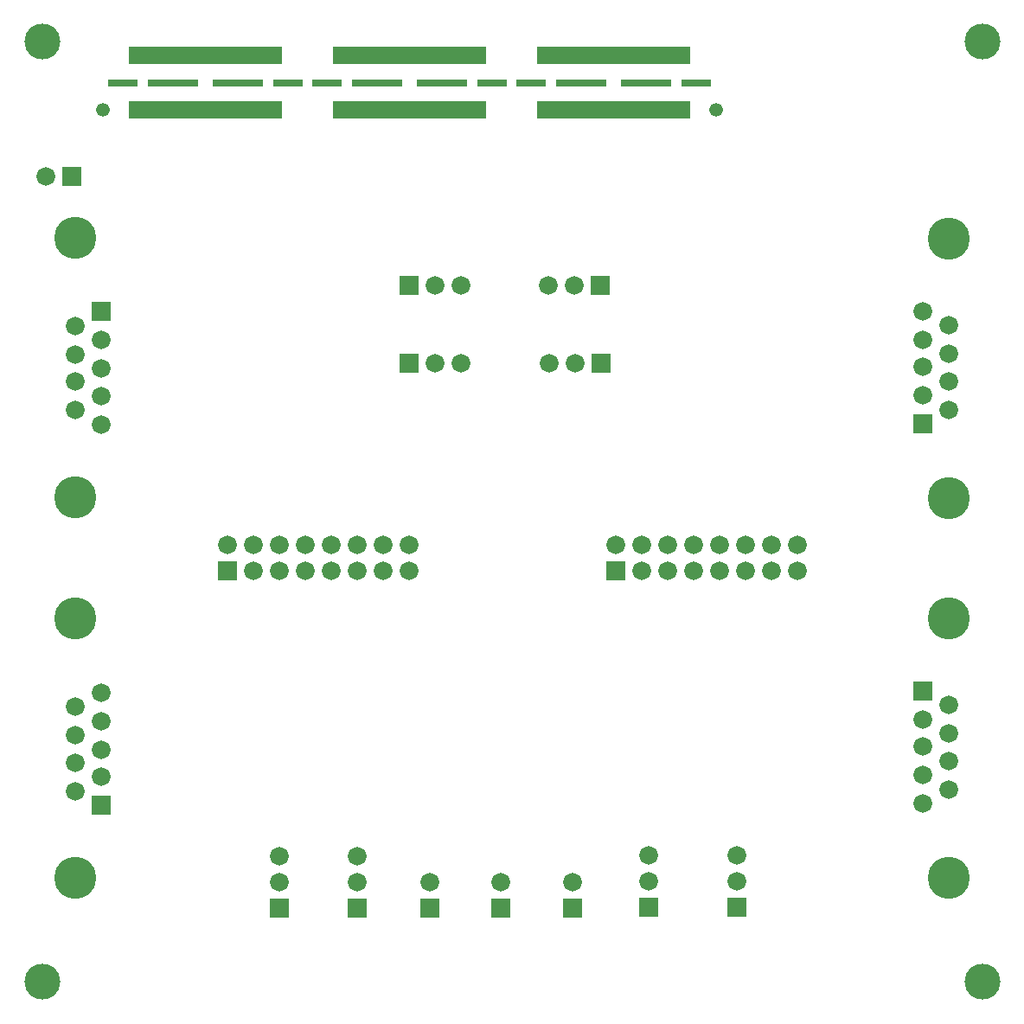
<source format=gbs>
G04 (created by PCBNEW (2013-05-09 BZR 4147)-testing) date 20/07/2013 09:35:41*
%MOIN*%
G04 Gerber Fmt 3.4, Leading zero omitted, Abs format*
%FSLAX34Y34*%
G01*
G70*
G90*
G04 APERTURE LIST*
%ADD10C,0.005906*%
%ADD11R,0.023800X0.069100*%
%ADD12R,0.112000X0.028900*%
%ADD13R,0.197000X0.028900*%
%ADD14C,0.052200*%
%ADD15C,0.138000*%
%ADD16C,0.162000*%
%ADD17R,0.072000X0.072000*%
%ADD18C,0.072000*%
G04 APERTURE END LIST*
G54D10*
G54D11*
X36496Y-21523D03*
X36496Y-19421D03*
X36693Y-21523D03*
X36693Y-19421D03*
X36889Y-21523D03*
X36889Y-19421D03*
X37086Y-21523D03*
X37086Y-19421D03*
X37283Y-21523D03*
X37283Y-19421D03*
X37480Y-21523D03*
X37480Y-19421D03*
X37677Y-21523D03*
X37677Y-19421D03*
X37874Y-21523D03*
X37874Y-19421D03*
X38070Y-21523D03*
X38070Y-19421D03*
X38267Y-21523D03*
X38267Y-19421D03*
X38464Y-21523D03*
X38464Y-19421D03*
X38661Y-21523D03*
X38661Y-19421D03*
X38858Y-21523D03*
X38858Y-19421D03*
X39055Y-21523D03*
X39055Y-19421D03*
X39252Y-21523D03*
X39252Y-19421D03*
X39448Y-21523D03*
X39448Y-19421D03*
X39645Y-21523D03*
X39645Y-19421D03*
X39842Y-21523D03*
X39842Y-19421D03*
X40039Y-21523D03*
X40039Y-19421D03*
X40236Y-21523D03*
X40236Y-19421D03*
X40433Y-21523D03*
X40433Y-19421D03*
X40630Y-21523D03*
X40630Y-19421D03*
X40826Y-21523D03*
X40826Y-19421D03*
X41023Y-21523D03*
X41023Y-19421D03*
X41220Y-21523D03*
X41220Y-19421D03*
X41417Y-21523D03*
X41417Y-19421D03*
X41614Y-21523D03*
X41614Y-19421D03*
X41811Y-21523D03*
X41811Y-19421D03*
X42007Y-21523D03*
X42007Y-19421D03*
X42204Y-21523D03*
X42204Y-19421D03*
G54D12*
X36175Y-20472D03*
G54D13*
X38100Y-20472D03*
X40600Y-20472D03*
G54D12*
X42525Y-20472D03*
G54D11*
X44370Y-21523D03*
X44370Y-19421D03*
X44567Y-21523D03*
X44567Y-19421D03*
X44763Y-21523D03*
X44763Y-19421D03*
X44960Y-21523D03*
X44960Y-19421D03*
X45157Y-21523D03*
X45157Y-19421D03*
X45354Y-21523D03*
X45354Y-19421D03*
X45551Y-21523D03*
X45551Y-19421D03*
X45748Y-21523D03*
X45748Y-19421D03*
X45944Y-21523D03*
X45944Y-19421D03*
X46141Y-21523D03*
X46141Y-19421D03*
X46338Y-21523D03*
X46338Y-19421D03*
X46535Y-21523D03*
X46535Y-19421D03*
X46732Y-21523D03*
X46732Y-19421D03*
X46929Y-21523D03*
X46929Y-19421D03*
X47126Y-21523D03*
X47126Y-19421D03*
X47322Y-21523D03*
X47322Y-19421D03*
X47519Y-21523D03*
X47519Y-19421D03*
X47716Y-21523D03*
X47716Y-19421D03*
X47913Y-21523D03*
X47913Y-19421D03*
X48110Y-21523D03*
X48110Y-19421D03*
X48307Y-21523D03*
X48307Y-19421D03*
X48504Y-21523D03*
X48504Y-19421D03*
X48700Y-21523D03*
X48700Y-19421D03*
X48897Y-21523D03*
X48897Y-19421D03*
X49094Y-21523D03*
X49094Y-19421D03*
X49291Y-21523D03*
X49291Y-19421D03*
X49488Y-21523D03*
X49488Y-19421D03*
X49685Y-21523D03*
X49685Y-19421D03*
X49881Y-21523D03*
X49881Y-19421D03*
X50078Y-21523D03*
X50078Y-19421D03*
G54D12*
X44049Y-20472D03*
G54D13*
X45974Y-20472D03*
X48474Y-20472D03*
G54D12*
X50399Y-20472D03*
G54D11*
X52244Y-21523D03*
X52244Y-19421D03*
X52441Y-21523D03*
X52441Y-19421D03*
X52637Y-21523D03*
X52637Y-19421D03*
X52834Y-21523D03*
X52834Y-19421D03*
X53031Y-21523D03*
X53031Y-19421D03*
X53228Y-21523D03*
X53228Y-19421D03*
X53425Y-21523D03*
X53425Y-19421D03*
X53622Y-21523D03*
X53622Y-19421D03*
X53818Y-21523D03*
X53818Y-19421D03*
X54015Y-21523D03*
X54015Y-19421D03*
X54212Y-21523D03*
X54212Y-19421D03*
X54409Y-21523D03*
X54409Y-19421D03*
X54606Y-21523D03*
X54606Y-19421D03*
X54803Y-21523D03*
X54803Y-19421D03*
X55000Y-21523D03*
X55000Y-19421D03*
X55196Y-21523D03*
X55196Y-19421D03*
X55393Y-21523D03*
X55393Y-19421D03*
X55590Y-21523D03*
X55590Y-19421D03*
X55787Y-21523D03*
X55787Y-19421D03*
X55984Y-21523D03*
X55984Y-19421D03*
X56181Y-21523D03*
X56181Y-19421D03*
X56378Y-21523D03*
X56378Y-19421D03*
X56574Y-21523D03*
X56574Y-19421D03*
X56771Y-21523D03*
X56771Y-19421D03*
X56968Y-21523D03*
X56968Y-19421D03*
X57165Y-21523D03*
X57165Y-19421D03*
X57362Y-21523D03*
X57362Y-19421D03*
X57559Y-21523D03*
X57559Y-19421D03*
X57755Y-21523D03*
X57755Y-19421D03*
X57952Y-21523D03*
X57952Y-19421D03*
G54D12*
X51923Y-20472D03*
G54D13*
X53848Y-20472D03*
X56348Y-20472D03*
G54D12*
X58273Y-20472D03*
G54D14*
X35393Y-21523D03*
X59055Y-21523D03*
G54D15*
X33070Y-18897D03*
X69290Y-18897D03*
X33070Y-55118D03*
X69290Y-55118D03*
G54D16*
X34342Y-26446D03*
X34342Y-36446D03*
G54D17*
X35342Y-29296D03*
G54D18*
X35342Y-30396D03*
X35342Y-31496D03*
X35342Y-32546D03*
X35342Y-33646D03*
X34342Y-33096D03*
X34342Y-31996D03*
X34342Y-30946D03*
X34342Y-29846D03*
G54D16*
X34342Y-41131D03*
X34342Y-51131D03*
G54D17*
X35342Y-48331D03*
G54D18*
X35342Y-47231D03*
X35342Y-46181D03*
X35342Y-45081D03*
X35342Y-43981D03*
X34342Y-47781D03*
X34342Y-46681D03*
X34342Y-45631D03*
X34342Y-44531D03*
G54D17*
X40200Y-39279D03*
G54D18*
X40200Y-38279D03*
X41200Y-39279D03*
X41200Y-38279D03*
X42200Y-39279D03*
X42200Y-38279D03*
X43200Y-39279D03*
X43200Y-38279D03*
X44200Y-39279D03*
X44200Y-38279D03*
X45200Y-39279D03*
X45200Y-38279D03*
X46200Y-39279D03*
X46200Y-38279D03*
X47200Y-39279D03*
X47200Y-38279D03*
G54D17*
X42204Y-52279D03*
G54D18*
X42204Y-51279D03*
X42204Y-50279D03*
G54D17*
X47200Y-28279D03*
G54D18*
X48200Y-28279D03*
X49200Y-28279D03*
G54D17*
X47200Y-31279D03*
G54D18*
X48200Y-31279D03*
X49200Y-31279D03*
G54D17*
X45196Y-52279D03*
G54D18*
X45196Y-51279D03*
X45196Y-50279D03*
G54D17*
X47992Y-52271D03*
G54D18*
X47992Y-51271D03*
G54D17*
X34200Y-24066D03*
G54D18*
X33200Y-24066D03*
G54D16*
X68019Y-36467D03*
X68019Y-26467D03*
G54D17*
X67019Y-33617D03*
G54D18*
X67019Y-32517D03*
X67019Y-31417D03*
X67019Y-30367D03*
X67019Y-29267D03*
X68019Y-29817D03*
X68019Y-30917D03*
X68019Y-31967D03*
X68019Y-33067D03*
G54D16*
X68019Y-51112D03*
X68019Y-41112D03*
G54D17*
X67019Y-43912D03*
G54D18*
X67019Y-45012D03*
X67019Y-46062D03*
X67019Y-47162D03*
X67019Y-48262D03*
X68019Y-44462D03*
X68019Y-45562D03*
X68019Y-46612D03*
X68019Y-47712D03*
G54D17*
X53503Y-52271D03*
G54D18*
X53503Y-51271D03*
G54D17*
X59842Y-52240D03*
G54D18*
X59842Y-51240D03*
X59842Y-50240D03*
G54D17*
X54622Y-31279D03*
G54D18*
X53622Y-31279D03*
X52622Y-31279D03*
G54D17*
X54582Y-28279D03*
G54D18*
X53582Y-28279D03*
X52582Y-28279D03*
G54D17*
X56456Y-52240D03*
G54D18*
X56456Y-51240D03*
X56456Y-50240D03*
G54D17*
X55161Y-39279D03*
G54D18*
X55161Y-38279D03*
X56161Y-39279D03*
X56161Y-38279D03*
X57161Y-39279D03*
X57161Y-38279D03*
X58161Y-39279D03*
X58161Y-38279D03*
X59161Y-39279D03*
X59161Y-38279D03*
X60161Y-39279D03*
X60161Y-38279D03*
X61161Y-39279D03*
X61161Y-38279D03*
X62161Y-39279D03*
X62161Y-38279D03*
G54D17*
X50748Y-52271D03*
G54D18*
X50748Y-51271D03*
M02*

</source>
